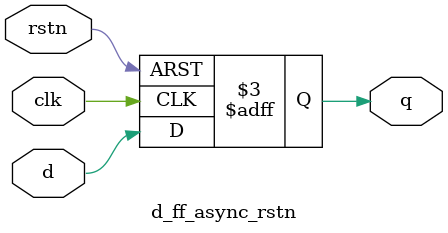
<source format=v>
`timescale 1ns / 1ps
module d_ff_async_rstn(
    input d,clk,rstn,
    output reg q
    );
    
    always @(posedge clk or negedge rstn)
begin
    if (!rstn)
        q <= 1'b0;
    else
        q <= d;
end
endmodule

</source>
